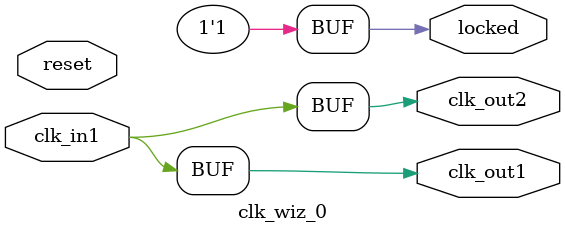
<source format=v>
/*
 * My RISC-V RV32I CPU
 *   PLL Dummy Module for Verilog Simulation
 *    Verilog code
 * @auther		Yoshiki Kurokawa <yoshiki.k963@gmail.com>
 * @copylight	2024 Yoshiki Kurokawa
 * @license		https://opensource.org/licenses/MIT     MIT license
 * @version		0.1
 */

module clk_wiz_0(
	output clk_out1,
	output clk_out2,
	//output clk_out3,
	input reset,
	output locked,
	input clk_in1

	);

assign locked = 1'b1;
assign clk_out1 = clk_in1;
assign clk_out2 = clk_in1;
//assign clk_out3 = clk_in1;

endmodule

</source>
